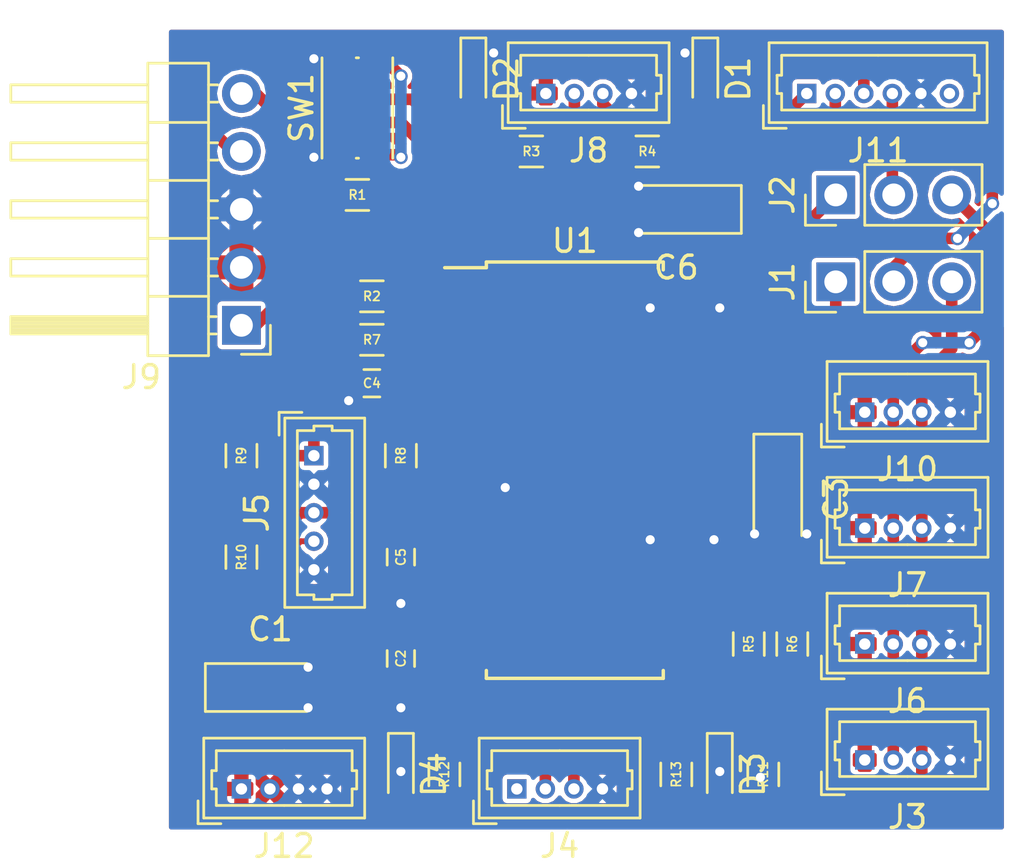
<source format=kicad_pcb>
(kicad_pcb (version 4) (host pcbnew 4.0.7-e2-6376~58~ubuntu16.04.1)
  (layers (0 F.Cu signal) (31 B.Cu signal) (34 B.Paste user) (35 F.Paste user) (36 B.SilkS user) (37 F.SilkS user) (38 B.Mask user) (39 F.Mask user) (44 Edge.Cuts user))
  (net 0 "")
  (net 1 +3V3)
  (net 2 GND)
  (net 3 "Net-(C3-Pad1)")
  (net 4 "Net-(C4-Pad2)")
  (net 5 "Net-(C5-Pad2)")
  (net 6 /LED2)
  (net 7 /LED1)
  (net 8 "Net-(D3-Pad2)")
  (net 9 "Net-(D4-Pad2)")
  (net 10 /SPI_SCK)
  (net 11 /SCK/SCL)
  (net 12 /I2C_SCL)
  (net 13 /SPI_SDO)
  (net 14 /SDI/SDA)
  (net 15 /I2C_SDA)
  (net 16 /SER_TX)
  (net 17 /SER_RX)
  (net 18 /ENC_A)
  (net 19 /ENC_B)
  (net 20 /ENC_Btn)
  (net 21 /RESET)
  (net 22 /PGM_PGED)
  (net 23 /PGM_PGEC)
  (net 24 /SPISS)
  (net 25 /SDO)
  (net 26 "Net-(R3-Pad2)")
  (net 27 "Net-(R4-Pad2)")
  (module Connectors_Molex:Molex_PicoBlade_53047-0510_05x1.25mm_Straight (layer F.Cu) (at 105.41 103.505 270)
    (fp_text reference J5 (at 2.5 2.5 270) (layer F.SilkS))
    (fp_text value ENC)
    (pad 1 thru_hole rect (at 0 0 270) (size 0.85 0.85) (drill 0.5) (layers *.Cu *.Mask) (net 18 /ENC_A))
    (pad 2 thru_hole circle (at 1.25 0 270) (size 0.85 0.85) (drill 0.5) (layers *.Cu *.Mask) (net 2 GND))
    (pad 3 thru_hole circle (at 2.5 0 270) (size 0.85 0.85) (drill 0.5) (layers *.Cu *.Mask) (net 19 /ENC_B))
    (pad 4 thru_hole circle (at 3.75 0 270) (size 0.85 0.85) (drill 0.5) (layers *.Cu *.Mask) (net 20 /ENC_Btn))
    (pad 5 thru_hole circle (at 5 0 270) (size 0.85 0.85) (drill 0.5) (layers *.Cu *.Mask) (net 2 GND))
  )
  (module Capacitors_Tantalum_SMD:CP_Tantalum_Case-A_EIA-3216-18_Wave (layer F.Cu) (at 125.73 105.41 270)
    (fp_text reference C3 (at 0 -2.55 270) (layer F.SilkS))
    (fp_text value 1µ)
    (pad 1 smd rect (at -1.475 0 270) (size 2.15 1.1) (layers F.Cu F.Paste F.Mask) (net 3 "Net-(C3-Pad1)"))
    (pad 2 smd rect (at 1.475 0 270) (size 2.15 1.1) (layers F.Cu F.Paste F.Mask) (net 2 GND))
  )
  (module Capacitors_Tantalum_SMD:CP_Tantalum_Case-A_EIA-3216-18_Wave (layer F.Cu) (at 103.505 113.665)
    (fp_text reference C1 (at 0 -2.55) (layer F.SilkS))
    (fp_text value 1µ)
    (pad 1 smd rect (at -1.475 0) (size 2.15 1.1) (layers F.Cu F.Paste F.Mask) (net 1 +3V3))
    (pad 2 smd rect (at 1.475 0) (size 2.15 1.1) (layers F.Cu F.Paste F.Mask) (net 2 GND))
  )
  (module Capacitors_SMD:C_0603_HandSoldering (layer F.Cu) (at 109.22 112.395 270)
    (fp_text reference C2 (at 0 0 270) (layer F.SilkS) (effects (font (size 0.4 0.4) (thickness 0.075))))
    (fp_text value 10n hide)
    (pad 1 smd rect (at -0.95 0 270) (size 1.2 0.75) (layers F.Cu F.Paste F.Mask) (net 1 +3V3))
    (pad 2 smd rect (at 0.95 0 270) (size 1.2 0.75) (layers F.Cu F.Paste F.Mask) (net 2 GND))
  )
  (module Capacitors_SMD:C_0603_HandSoldering (layer F.Cu) (at 107.95 100.33)
    (fp_text reference C4 (at 0 0) (layer F.SilkS) (effects (font (size 0.4 0.4) (thickness 0.075))))
    (fp_text value 10n hide)
    (pad 1 smd rect (at -0.95 0) (size 1.2 0.75) (layers F.Cu F.Paste F.Mask) (net 2 GND))
    (pad 2 smd rect (at 0.95 0) (size 1.2 0.75) (layers F.Cu F.Paste F.Mask) (net 4 "Net-(C4-Pad2)"))
  )
  (module Capacitors_SMD:C_0603_HandSoldering (layer F.Cu) (at 109.22 107.95 90)
    (fp_text reference C5 (at 0 0 90) (layer F.SilkS) (effects (font (size 0.4 0.4) (thickness 0.075))))
    (fp_text value 10n hide)
    (pad 1 smd rect (at -0.95 0 90) (size 1.2 0.75) (layers F.Cu F.Paste F.Mask) (net 2 GND))
    (pad 2 smd rect (at 0.95 0 90) (size 1.2 0.75) (layers F.Cu F.Paste F.Mask) (net 5 "Net-(C5-Pad2)"))
  )
  (module LEDs:LED_0603_HandSoldering (layer F.Cu) (at 122.555 86.995 270)
    (fp_text reference D1 (at 0 -1.45 270) (layer F.SilkS))
    (fp_text value LED)
    (pad 1 smd rect (at -1.1 0 270) (size 1.2 0.9) (layers F.Cu F.Paste F.Mask) (net 2 GND))
    (pad 2 smd rect (at 1.1 0 270) (size 1.2 0.9) (layers F.Cu F.Paste F.Mask) (net 6 /LED2))
  )
  (module LEDs:LED_0603_HandSoldering (layer F.Cu) (at 112.395 86.995 270)
    (fp_text reference D2 (at 0 -1.45 270) (layer F.SilkS))
    (fp_text value LED)
    (pad 1 smd rect (at -1.1 0 270) (size 1.2 0.9) (layers F.Cu F.Paste F.Mask) (net 2 GND))
    (pad 2 smd rect (at 1.1 0 270) (size 1.2 0.9) (layers F.Cu F.Paste F.Mask) (net 7 /LED1))
  )
  (module LEDs:LED_0603_HandSoldering (layer F.Cu) (at 123.19 117.475 270)
    (fp_text reference D3 (at 0 -1.45 270) (layer F.SilkS))
    (fp_text value LED)
    (pad 1 smd rect (at -1.1 0 270) (size 1.2 0.9) (layers F.Cu F.Paste F.Mask) (net 2 GND))
    (pad 2 smd rect (at 1.1 0 270) (size 1.2 0.9) (layers F.Cu F.Paste F.Mask) (net 8 "Net-(D3-Pad2)"))
  )
  (module LEDs:LED_0603_HandSoldering (layer F.Cu) (at 109.22 117.475 270)
    (fp_text reference D4 (at 0 -1.45 270) (layer F.SilkS))
    (fp_text value LED)
    (pad 1 smd rect (at -1.1 0 270) (size 1.2 0.9) (layers F.Cu F.Paste F.Mask) (net 2 GND))
    (pad 2 smd rect (at 1.1 0 270) (size 1.2 0.9) (layers F.Cu F.Paste F.Mask) (net 9 "Net-(D4-Pad2)"))
  )
  (module Pin_Headers:Pin_Header_Straight_1x03_Pitch2.54mm (layer F.Cu) (at 128.27 95.885 90)
    (fp_text reference J1 (at 0 -2.33 90) (layer F.SilkS))
    (fp_text value Conn_01x03)
    (pad 1 thru_hole rect (at 0 0 90) (size 1.7 1.7) (drill 1) (layers *.Cu *.Mask) (net 10 /SPI_SCK))
    (pad 2 thru_hole oval (at 0 2.54 90) (size 1.7 1.7) (drill 1) (layers *.Cu *.Mask) (net 11 /SCK/SCL))
    (pad 3 thru_hole oval (at 0 5.08 90) (size 1.7 1.7) (drill 1) (layers *.Cu *.Mask) (net 12 /I2C_SCL))
  )
  (module Pin_Headers:Pin_Header_Straight_1x03_Pitch2.54mm (layer F.Cu) (at 128.27 92.075 90)
    (fp_text reference J2 (at 0 -2.33 90) (layer F.SilkS))
    (fp_text value Conn_01x03)
    (pad 1 thru_hole rect (at 0 0 90) (size 1.7 1.7) (drill 1) (layers *.Cu *.Mask) (net 13 /SPI_SDO))
    (pad 2 thru_hole oval (at 0 2.54 90) (size 1.7 1.7) (drill 1) (layers *.Cu *.Mask) (net 14 /SDI/SDA))
    (pad 3 thru_hole oval (at 0 5.08 90) (size 1.7 1.7) (drill 1) (layers *.Cu *.Mask) (net 15 /I2C_SDA))
  )
  (module Connectors_Molex:Molex_PicoBlade_53047-0410_04x1.25mm_Straight (layer F.Cu) (at 129.54 116.84)
    (fp_text reference J3 (at 1.875 2.5) (layer F.SilkS))
    (fp_text value I2C1)
    (pad 1 thru_hole rect (at 0 0) (size 0.85 0.85) (drill 0.5) (layers *.Cu *.Mask) (net 1 +3V3))
    (pad 2 thru_hole circle (at 1.25 0) (size 0.85 0.85) (drill 0.5) (layers *.Cu *.Mask) (net 15 /I2C_SDA))
    (pad 3 thru_hole circle (at 2.5 0) (size 0.85 0.85) (drill 0.5) (layers *.Cu *.Mask) (net 12 /I2C_SCL))
    (pad 4 thru_hole circle (at 3.75 0) (size 0.85 0.85) (drill 0.5) (layers *.Cu *.Mask) (net 2 GND))
  )
  (module Connectors_Molex:Molex_PicoBlade_53047-0410_04x1.25mm_Straight (layer F.Cu) (at 114.3 118.11)
    (fp_text reference J4 (at 1.875 2.5) (layer F.SilkS))
    (fp_text value SERIAL)
    (pad 1 thru_hole rect (at 0 0) (size 0.85 0.85) (drill 0.5) (layers *.Cu *.Mask))
    (pad 2 thru_hole circle (at 1.25 0) (size 0.85 0.85) (drill 0.5) (layers *.Cu *.Mask) (net 16 /SER_TX))
    (pad 3 thru_hole circle (at 2.5 0) (size 0.85 0.85) (drill 0.5) (layers *.Cu *.Mask) (net 17 /SER_RX))
    (pad 4 thru_hole circle (at 3.75 0) (size 0.85 0.85) (drill 0.5) (layers *.Cu *.Mask) (net 2 GND))
  )
  (module Connectors_Molex:Molex_PicoBlade_53047-0410_04x1.25mm_Straight (layer F.Cu) (at 129.54 111.76)
    (fp_text reference J6 (at 1.875 2.5) (layer F.SilkS))
    (fp_text value I2C2)
    (pad 1 thru_hole rect (at 0 0) (size 0.85 0.85) (drill 0.5) (layers *.Cu *.Mask) (net 1 +3V3))
    (pad 2 thru_hole circle (at 1.25 0) (size 0.85 0.85) (drill 0.5) (layers *.Cu *.Mask) (net 15 /I2C_SDA))
    (pad 3 thru_hole circle (at 2.5 0) (size 0.85 0.85) (drill 0.5) (layers *.Cu *.Mask) (net 12 /I2C_SCL))
    (pad 4 thru_hole circle (at 3.75 0) (size 0.85 0.85) (drill 0.5) (layers *.Cu *.Mask) (net 2 GND))
  )
  (module Connectors_Molex:Molex_PicoBlade_53047-0410_04x1.25mm_Straight (layer F.Cu) (at 129.54 106.68)
    (fp_text reference J7 (at 1.875 2.5) (layer F.SilkS))
    (fp_text value I2C3)
    (pad 1 thru_hole rect (at 0 0) (size 0.85 0.85) (drill 0.5) (layers *.Cu *.Mask) (net 1 +3V3))
    (pad 2 thru_hole circle (at 1.25 0) (size 0.85 0.85) (drill 0.5) (layers *.Cu *.Mask) (net 15 /I2C_SDA))
    (pad 3 thru_hole circle (at 2.5 0) (size 0.85 0.85) (drill 0.5) (layers *.Cu *.Mask) (net 12 /I2C_SCL))
    (pad 4 thru_hole circle (at 3.75 0) (size 0.85 0.85) (drill 0.5) (layers *.Cu *.Mask) (net 2 GND))
  )
  (module Connectors_Molex:Molex_PicoBlade_53047-0410_04x1.25mm_Straight (layer F.Cu) (at 115.57 87.63)
    (fp_text reference J8 (at 1.875 2.5) (layer F.SilkS))
    (fp_text value LEDs)
    (pad 1 thru_hole rect (at 0 0) (size 0.85 0.85) (drill 0.5) (layers *.Cu *.Mask) (net 1 +3V3))
    (pad 2 thru_hole circle (at 1.25 0) (size 0.85 0.85) (drill 0.5) (layers *.Cu *.Mask) (net 7 /LED1))
    (pad 3 thru_hole circle (at 2.5 0) (size 0.85 0.85) (drill 0.5) (layers *.Cu *.Mask) (net 6 /LED2))
    (pad 4 thru_hole circle (at 3.75 0) (size 0.85 0.85) (drill 0.5) (layers *.Cu *.Mask) (net 2 GND))
  )
  (module Pin_Headers:Pin_Header_Angled_1x05_Pitch2.54mm (layer F.Cu) (at 102.235 97.79 180)
    (fp_text reference J9 (at 4.385 -2.27 180) (layer F.SilkS))
    (fp_text value PGM)
    (pad 1 thru_hole rect (at 0 0 180) (size 1.7 1.7) (drill 1) (layers *.Cu *.Mask) (net 21 /RESET))
    (pad 2 thru_hole oval (at 0 2.54 180) (size 1.7 1.7) (drill 1) (layers *.Cu *.Mask) (net 1 +3V3))
    (pad 3 thru_hole oval (at 0 5.08 180) (size 1.7 1.7) (drill 1) (layers *.Cu *.Mask) (net 2 GND))
    (pad 4 thru_hole oval (at 0 7.62 180) (size 1.7 1.7) (drill 1) (layers *.Cu *.Mask) (net 22 /PGM_PGED))
    (pad 5 thru_hole oval (at 0 10.16 180) (size 1.7 1.7) (drill 1) (layers *.Cu *.Mask) (net 23 /PGM_PGEC))
  )
  (module Connectors_Molex:Molex_PicoBlade_53047-0410_04x1.25mm_Straight (layer F.Cu) (at 129.54 101.6)
    (fp_text reference J10 (at 1.875 2.5) (layer F.SilkS))
    (fp_text value I2C3)
    (pad 1 thru_hole rect (at 0 0) (size 0.85 0.85) (drill 0.5) (layers *.Cu *.Mask) (net 1 +3V3))
    (pad 2 thru_hole circle (at 1.25 0) (size 0.85 0.85) (drill 0.5) (layers *.Cu *.Mask) (net 15 /I2C_SDA))
    (pad 3 thru_hole circle (at 2.5 0) (size 0.85 0.85) (drill 0.5) (layers *.Cu *.Mask) (net 12 /I2C_SCL))
    (pad 4 thru_hole circle (at 3.75 0) (size 0.85 0.85) (drill 0.5) (layers *.Cu *.Mask) (net 2 GND))
  )
  (module Connectors_Molex:Molex_PicoBlade_53047-0610_06x1.25mm_Straight (layer F.Cu) (at 127 87.63)
    (fp_text reference J11 (at 3.125 2.5) (layer F.SilkS))
    (fp_text value LCD)
    (pad 1 thru_hole rect (at 0 0) (size 0.85 0.85) (drill 0.5) (layers *.Cu *.Mask) (net 24 /SPISS))
    (pad 2 thru_hole circle (at 1.25 0) (size 0.85 0.85) (drill 0.5) (layers *.Cu *.Mask) (net 25 /SDO))
    (pad 3 thru_hole circle (at 2.5 0) (size 0.85 0.85) (drill 0.5) (layers *.Cu *.Mask) (net 11 /SCK/SCL))
    (pad 4 thru_hole circle (at 3.75 0) (size 0.85 0.85) (drill 0.5) (layers *.Cu *.Mask) (net 14 /SDI/SDA))
    (pad 5 thru_hole circle (at 5 0) (size 0.85 0.85) (drill 0.5) (layers *.Cu *.Mask) (net 2 GND))
    (pad 6 thru_hole circle (at 6.25 0) (size 0.85 0.85) (drill 0.5) (layers *.Cu *.Mask))
  )
  (module Resistors_SMD:R_0603_HandSoldering (layer F.Cu) (at 107.315 92.075 180)
    (fp_text reference R1 (at 0 0 180) (layer F.SilkS) (effects (font (size 0.4 0.4) (thickness 0.075))))
    (fp_text value 10k hide)
    (pad 1 smd rect (at -1.1 0 180) (size 1.2 0.9) (layers F.Cu F.Paste F.Mask) (net 21 /RESET))
    (pad 2 smd rect (at 1.1 0 180) (size 1.2 0.9) (layers F.Cu F.Paste F.Mask) (net 1 +3V3))
  )
  (module Resistors_SMD:R_0603_HandSoldering (layer F.Cu) (at 107.95 96.52 180)
    (fp_text reference R2 (at 0 0 180) (layer F.SilkS) (effects (font (size 0.4 0.4) (thickness 0.075))))
    (fp_text value 10k hide)
    (pad 1 smd rect (at -1.1 0 180) (size 1.2 0.9) (layers F.Cu F.Paste F.Mask) (net 20 /ENC_Btn))
    (pad 2 smd rect (at 1.1 0 180) (size 1.2 0.9) (layers F.Cu F.Paste F.Mask) (net 1 +3V3))
  )
  (module Resistors_SMD:R_0603_HandSoldering (layer F.Cu) (at 114.935 90.17)
    (fp_text reference R3 (at 0 0) (layer F.SilkS) (effects (font (size 0.4 0.4) (thickness 0.075))))
    (fp_text value 196 hide)
    (pad 1 smd rect (at -1.1 0) (size 1.2 0.9) (layers F.Cu F.Paste F.Mask) (net 7 /LED1))
    (pad 2 smd rect (at 1.1 0) (size 1.2 0.9) (layers F.Cu F.Paste F.Mask) (net 26 "Net-(R3-Pad2)"))
  )
  (module Resistors_SMD:R_0603_HandSoldering (layer F.Cu) (at 120.015 90.17 180)
    (fp_text reference R4 (at 0 0 180) (layer F.SilkS) (effects (font (size 0.4 0.4) (thickness 0.075))))
    (fp_text value 196 hide)
    (pad 1 smd rect (at -1.1 0 180) (size 1.2 0.9) (layers F.Cu F.Paste F.Mask) (net 6 /LED2))
    (pad 2 smd rect (at 1.1 0 180) (size 1.2 0.9) (layers F.Cu F.Paste F.Mask) (net 27 "Net-(R4-Pad2)"))
  )
  (module Resistors_SMD:R_0603_HandSoldering (layer F.Cu) (at 124.46 111.76 90)
    (fp_text reference R5 (at 0 0 90) (layer F.SilkS) (effects (font (size 0.4 0.4) (thickness 0.075))))
    (fp_text value 2.2k hide)
    (pad 1 smd rect (at -1.1 0 90) (size 1.2 0.9) (layers F.Cu F.Paste F.Mask) (net 1 +3V3))
    (pad 2 smd rect (at 1.1 0 90) (size 1.2 0.9) (layers F.Cu F.Paste F.Mask) (net 12 /I2C_SCL))
  )
  (module Resistors_SMD:R_0603_HandSoldering (layer F.Cu) (at 126.365 111.76 90)
    (fp_text reference R6 (at 0 0 90) (layer F.SilkS) (effects (font (size 0.4 0.4) (thickness 0.075))))
    (fp_text value 2.2k hide)
    (pad 1 smd rect (at -1.1 0 90) (size 1.2 0.9) (layers F.Cu F.Paste F.Mask) (net 1 +3V3))
    (pad 2 smd rect (at 1.1 0 90) (size 1.2 0.9) (layers F.Cu F.Paste F.Mask) (net 15 /I2C_SDA))
  )
  (module Resistors_SMD:R_0603_HandSoldering (layer F.Cu) (at 107.95 98.425)
    (fp_text reference R7 (at 0 0) (layer F.SilkS) (effects (font (size 0.4 0.4) (thickness 0.075))))
    (fp_text value 1k hide)
    (pad 1 smd rect (at -1.1 0) (size 1.2 0.9) (layers F.Cu F.Paste F.Mask) (net 18 /ENC_A))
    (pad 2 smd rect (at 1.1 0) (size 1.2 0.9) (layers F.Cu F.Paste F.Mask) (net 4 "Net-(C4-Pad2)"))
  )
  (module Resistors_SMD:R_0603_HandSoldering (layer F.Cu) (at 109.22 103.505 90)
    (fp_text reference R8 (at 0 0 90) (layer F.SilkS) (effects (font (size 0.4 0.4) (thickness 0.075))))
    (fp_text value 1k hide)
    (pad 1 smd rect (at -1.1 0 90) (size 1.2 0.9) (layers F.Cu F.Paste F.Mask) (net 19 /ENC_B))
    (pad 2 smd rect (at 1.1 0 90) (size 1.2 0.9) (layers F.Cu F.Paste F.Mask) (net 5 "Net-(C5-Pad2)"))
  )
  (module Resistors_SMD:R_0603_HandSoldering (layer F.Cu) (at 102.235 103.505 270)
    (fp_text reference R9 (at 0 0 270) (layer F.SilkS) (effects (font (size 0.4 0.4) (thickness 0.075))))
    (fp_text value 10k hide)
    (pad 1 smd rect (at -1.1 0 270) (size 1.2 0.9) (layers F.Cu F.Paste F.Mask) (net 1 +3V3))
    (pad 2 smd rect (at 1.1 0 270) (size 1.2 0.9) (layers F.Cu F.Paste F.Mask) (net 18 /ENC_A))
  )
  (module Resistors_SMD:R_0603_HandSoldering (layer F.Cu) (at 102.235 107.95 90)
    (fp_text reference R10 (at 0 0 90) (layer F.SilkS) (effects (font (size 0.4 0.4) (thickness 0.075))))
    (fp_text value 10k hide)
    (pad 1 smd rect (at -1.1 0 90) (size 1.2 0.9) (layers F.Cu F.Paste F.Mask) (net 1 +3V3))
    (pad 2 smd rect (at 1.1 0 90) (size 1.2 0.9) (layers F.Cu F.Paste F.Mask) (net 19 /ENC_B))
  )
  (module Resistors_SMD:R_0603_HandSoldering (layer F.Cu) (at 125.095 117.475 90)
    (fp_text reference R11 (at 0 0 90) (layer F.SilkS) (effects (font (size 0.4 0.4) (thickness 0.075))))
    (fp_text value 10k hide)
    (pad 1 smd rect (at -1.1 0 90) (size 1.2 0.9) (layers F.Cu F.Paste F.Mask) (net 2 GND))
    (pad 2 smd rect (at 1.1 0 90) (size 1.2 0.9) (layers F.Cu F.Paste F.Mask) (net 17 /SER_RX))
  )
  (module Resistors_SMD:R_0603_HandSoldering (layer F.Cu) (at 111.125 117.475 90)
    (fp_text reference R12 (at 0 0 90) (layer F.SilkS) (effects (font (size 0.4 0.4) (thickness 0.075))))
    (fp_text value 196 hide)
    (pad 1 smd rect (at -1.1 0 90) (size 1.2 0.9) (layers F.Cu F.Paste F.Mask) (net 9 "Net-(D4-Pad2)"))
    (pad 2 smd rect (at 1.1 0 90) (size 1.2 0.9) (layers F.Cu F.Paste F.Mask) (net 16 /SER_TX))
  )
  (module Resistors_SMD:R_0603_HandSoldering (layer F.Cu) (at 121.285 117.475 90)
    (fp_text reference R13 (at 0 0 90) (layer F.SilkS) (effects (font (size 0.4 0.4) (thickness 0.075))))
    (fp_text value 196 hide)
    (pad 1 smd rect (at -1.1 0 90) (size 1.2 0.9) (layers F.Cu F.Paste F.Mask) (net 8 "Net-(D3-Pad2)"))
    (pad 2 smd rect (at 1.1 0 90) (size 1.2 0.9) (layers F.Cu F.Paste F.Mask) (net 17 /SER_RX))
  )
  (module Buttons_Switches_SMD:SW_SPST_KMR2 (layer F.Cu) (at 107.315 88.265 90)
    (fp_text reference SW1 (at 0 -2.45 90) (layer F.SilkS))
    (fp_text value SW_Push)
    (pad 1 smd rect (at -2.05 -0.8 90) (size 0.9 1) (layers F.Cu F.Paste F.Mask) (net 2 GND))
    (pad 2 smd rect (at -2.05 0.8 90) (size 0.9 1) (layers F.Cu F.Paste F.Mask) (net 21 /RESET))
    (pad 1 smd rect (at 2.05 -0.8 90) (size 0.9 1) (layers F.Cu F.Paste F.Mask) (net 2 GND))
    (pad 2 smd rect (at 2.05 0.8 90) (size 0.9 1) (layers F.Cu F.Paste F.Mask) (net 21 /RESET))
  )
  (module Housings_SOIC:SOIC-28W_7.5x17.9mm_Pitch1.27mm (layer F.Cu) (at 116.84 104.14)
    (fp_text reference U1 (at 0 -10.05) (layer F.SilkS))
    (fp_text value dsPIC33EPXXXGP502)
    (pad 1 smd rect (at -4.7 -8.255) (size 2 0.6) (layers F.Cu F.Paste F.Mask) (net 21 /RESET))
    (pad 2 smd rect (at -4.7 -6.985) (size 2 0.6) (layers F.Cu F.Paste F.Mask) (net 20 /ENC_Btn))
    (pad 3 smd rect (at -4.7 -5.715) (size 2 0.6) (layers F.Cu F.Paste F.Mask))
    (pad 4 smd rect (at -4.7 -4.445) (size 2 0.6) (layers F.Cu F.Paste F.Mask) (net 4 "Net-(C4-Pad2)"))
    (pad 5 smd rect (at -4.7 -3.175) (size 2 0.6) (layers F.Cu F.Paste F.Mask) (net 5 "Net-(C5-Pad2)"))
    (pad 6 smd rect (at -4.7 -1.905) (size 2 0.6) (layers F.Cu F.Paste F.Mask) (net 23 /PGM_PGEC))
    (pad 7 smd rect (at -4.7 -0.635) (size 2 0.6) (layers F.Cu F.Paste F.Mask) (net 22 /PGM_PGED))
    (pad 8 smd rect (at -4.7 0.635) (size 2 0.6) (layers F.Cu F.Paste F.Mask) (net 2 GND))
    (pad 9 smd rect (at -4.7 1.905) (size 2 0.6) (layers F.Cu F.Paste F.Mask))
    (pad 10 smd rect (at -4.7 3.175) (size 2 0.6) (layers F.Cu F.Paste F.Mask))
    (pad 11 smd rect (at -4.7 4.445) (size 2 0.6) (layers F.Cu F.Paste F.Mask))
    (pad 12 smd rect (at -4.7 5.715) (size 2 0.6) (layers F.Cu F.Paste F.Mask))
    (pad 13 smd rect (at -4.7 6.985) (size 2 0.6) (layers F.Cu F.Paste F.Mask) (net 1 +3V3))
    (pad 14 smd rect (at -4.7 8.255) (size 2 0.6) (layers F.Cu F.Paste F.Mask) (net 16 /SER_TX))
    (pad 15 smd rect (at 4.7 8.255) (size 2 0.6) (layers F.Cu F.Paste F.Mask) (net 17 /SER_RX))
    (pad 16 smd rect (at 4.7 6.985) (size 2 0.6) (layers F.Cu F.Paste F.Mask))
    (pad 17 smd rect (at 4.7 5.715) (size 2 0.6) (layers F.Cu F.Paste F.Mask) (net 12 /I2C_SCL))
    (pad 18 smd rect (at 4.7 4.445) (size 2 0.6) (layers F.Cu F.Paste F.Mask) (net 15 /I2C_SDA))
    (pad 19 smd rect (at 4.7 3.175) (size 2 0.6) (layers F.Cu F.Paste F.Mask) (net 2 GND))
    (pad 20 smd rect (at 4.7 1.905) (size 2 0.6) (layers F.Cu F.Paste F.Mask) (net 3 "Net-(C3-Pad1)"))
    (pad 21 smd rect (at 4.7 0.635) (size 2 0.6) (layers F.Cu F.Paste F.Mask) (net 10 /SPI_SCK))
    (pad 22 smd rect (at 4.7 -0.635) (size 2 0.6) (layers F.Cu F.Paste F.Mask) (net 13 /SPI_SDO))
    (pad 23 smd rect (at 4.7 -1.905) (size 2 0.6) (layers F.Cu F.Paste F.Mask) (net 25 /SDO))
    (pad 24 smd rect (at 4.7 -3.175) (size 2 0.6) (layers F.Cu F.Paste F.Mask) (net 24 /SPISS))
    (pad 25 smd rect (at 4.7 -4.445) (size 2 0.6) (layers F.Cu F.Paste F.Mask) (net 26 "Net-(R3-Pad2)"))
    (pad 26 smd rect (at 4.7 -5.715) (size 2 0.6) (layers F.Cu F.Paste F.Mask) (net 27 "Net-(R4-Pad2)"))
    (pad 27 smd rect (at 4.7 -6.985) (size 2 0.6) (layers F.Cu F.Paste F.Mask) (net 2 GND))
    (pad 28 smd rect (at 4.7 -8.255) (size 2 0.6) (layers F.Cu F.Paste F.Mask) (net 1 +3V3))
  )
  (module Capacitors_Tantalum_SMD:CP_Tantalum_Case-A_EIA-3216-18_Wave (layer F.Cu) (at 121.285 92.71 180)
    (fp_text reference C6 (at 0 -2.55 180) (layer F.SilkS))
    (fp_text value 1µ)
    (pad 1 smd rect (at -1.475 0 180) (size 2.15 1.1) (layers F.Cu F.Paste F.Mask) (net 1 +3V3))
    (pad 2 smd rect (at 1.475 0 180) (size 2.15 1.1) (layers F.Cu F.Paste F.Mask) (net 2 GND))
  )
  (module Connectors_Molex:Molex_PicoBlade_53047-0410_04x1.25mm_Straight (layer F.Cu) (at 102.235 118.11)
    (fp_text reference J12 (at 1.875 2.5) (layer F.SilkS))
    (fp_text value Pwr)
    (pad 1 thru_hole rect (at 0 0) (size 0.85 0.85) (drill 0.5) (layers *.Cu *.Mask) (net 1 +3V3))
    (pad 2 thru_hole circle (at 1.25 0) (size 0.85 0.85) (drill 0.5) (layers *.Cu *.Mask) (net 1 +3V3))
    (pad 3 thru_hole circle (at 2.5 0) (size 0.85 0.85) (drill 0.5) (layers *.Cu *.Mask) (net 2 GND))
    (pad 4 thru_hole circle (at 3.75 0) (size 0.85 0.85) (drill 0.5) (layers *.Cu *.Mask) (net 2 GND))
  )
  (segment (start 107 100.33) (end 107 101.026) (width 0.508) (layer F.Cu) (net 2))
  (via (at 106.934 101.092) (size 0.6) (drill 0.4) (layers F.Cu B.Cu) (net 2))
  (segment (start 107 101.026) (end 106.934 101.092) (width 0.508) (layer F.Cu) (net 2))
  (segment (start 112.14 104.775) (end 113.665 104.775) (width 0.508) (layer F.Cu) (net 2))
  (via (at 113.792 104.902) (size 0.6) (drill 0.4) (layers F.Cu B.Cu) (net 2))
  (segment (start 113.665 104.775) (end 113.792 104.902) (width 0.508) (layer F.Cu) (net 2))
  (segment (start 109.22 108.9) (end 109.22 109.982) (width 0.508) (layer F.Cu) (net 2))
  (via (at 109.22 109.982) (size 0.6) (drill 0.4) (layers F.Cu B.Cu) (net 2))
  (segment (start 109.22 113.345) (end 109.22 114.554) (width 0.508) (layer F.Cu) (net 2))
  (via (at 109.22 114.554) (size 0.6) (drill 0.4) (layers F.Cu B.Cu) (net 2))
  (segment (start 104.98 113.665) (end 104.98 114.378) (width 0.508) (layer F.Cu) (net 2))
  (via (at 105.156 114.554) (size 0.6) (drill 0.4) (layers F.Cu B.Cu) (net 2))
  (segment (start 104.98 114.378) (end 105.156 114.554) (width 0.508) (layer F.Cu) (net 2))
  (segment (start 104.98 113.665) (end 104.98 112.952) (width 0.508) (layer F.Cu) (net 2))
  (via (at 105.156 112.776) (size 0.6) (drill 0.4) (layers F.Cu B.Cu) (net 2))
  (segment (start 104.98 112.952) (end 105.156 112.776) (width 0.508) (layer F.Cu) (net 2))
  (segment (start 109.22 116.375) (end 109.22 117.348) (width 0.508) (layer F.Cu) (net 2))
  (via (at 109.22 117.348) (size 0.6) (drill 0.4) (layers F.Cu B.Cu) (net 2))
  (segment (start 125.095 118.575) (end 125.095 117.729) (width 0.508) (layer F.Cu) (net 2))
  (via (at 124.968 117.602) (size 0.6) (drill 0.4) (layers F.Cu B.Cu) (net 2))
  (segment (start 125.095 117.729) (end 124.968 117.602) (width 0.508) (layer F.Cu) (net 2))
  (segment (start 123.19 116.375) (end 123.19 117.348) (width 0.508) (layer F.Cu) (net 2))
  (via (at 123.19 117.348) (size 0.6) (drill 0.4) (layers F.Cu B.Cu) (net 2))
  (segment (start 125.73 106.885) (end 126.951 106.885) (width 0.508) (layer F.Cu) (net 2))
  (via (at 127 106.934) (size 0.6) (drill 0.4) (layers F.Cu B.Cu) (net 2))
  (segment (start 126.951 106.885) (end 127 106.934) (width 0.508) (layer F.Cu) (net 2))
  (segment (start 125.73 106.885) (end 124.763 106.885) (width 0.508) (layer F.Cu) (net 2))
  (via (at 124.714 106.934) (size 0.6) (drill 0.4) (layers F.Cu B.Cu) (net 2))
  (segment (start 124.763 106.885) (end 124.714 106.934) (width 0.508) (layer F.Cu) (net 2))
  (segment (start 121.54 107.315) (end 122.809 107.315) (width 0.508) (layer F.Cu) (net 2))
  (via (at 122.936 107.188) (size 0.6) (drill 0.4) (layers F.Cu B.Cu) (net 2))
  (segment (start 122.809 107.315) (end 122.936 107.188) (width 0.508) (layer F.Cu) (net 2))
  (segment (start 121.54 107.315) (end 120.269 107.315) (width 0.508) (layer F.Cu) (net 2))
  (via (at 120.142 107.188) (size 0.6) (drill 0.4) (layers F.Cu B.Cu) (net 2))
  (segment (start 120.269 107.315) (end 120.142 107.188) (width 0.508) (layer F.Cu) (net 2))
  (segment (start 121.54 97.155) (end 123.063 97.155) (width 0.508) (layer F.Cu) (net 2))
  (via (at 123.19 97.028) (size 0.6) (drill 0.4) (layers F.Cu B.Cu) (net 2))
  (segment (start 123.063 97.155) (end 123.19 97.028) (width 0.508) (layer F.Cu) (net 2))
  (segment (start 121.54 97.155) (end 120.269 97.155) (width 0.508) (layer F.Cu) (net 2))
  (via (at 120.142 97.028) (size 0.6) (drill 0.4) (layers F.Cu B.Cu) (net 2))
  (segment (start 120.269 97.155) (end 120.142 97.028) (width 0.508) (layer F.Cu) (net 2))
  (segment (start 119.81 92.71) (end 119.81 93.55) (width 0.508) (layer F.Cu) (net 2))
  (via (at 119.634 93.726) (size 0.6) (drill 0.4) (layers F.Cu B.Cu) (net 2))
  (segment (start 119.81 93.55) (end 119.634 93.726) (width 0.508) (layer F.Cu) (net 2))
  (segment (start 119.81 92.71) (end 119.81 91.87) (width 0.508) (layer F.Cu) (net 2))
  (via (at 119.634 91.694) (size 0.6) (drill 0.4) (layers F.Cu B.Cu) (net 2))
  (segment (start 119.81 91.87) (end 119.634 91.694) (width 0.508) (layer F.Cu) (net 2))
  (segment (start 122.555 85.895) (end 121.709 85.895) (width 0.508) (layer F.Cu) (net 2))
  (via (at 121.666 85.852) (size 0.6) (drill 0.4) (layers F.Cu B.Cu) (net 2))
  (segment (start 121.709 85.895) (end 121.666 85.852) (width 0.508) (layer F.Cu) (net 2))
  (segment (start 112.395 85.895) (end 113.241 85.895) (width 0.508) (layer F.Cu) (net 2))
  (via (at 113.284 85.852) (size 0.6) (drill 0.4) (layers F.Cu B.Cu) (net 2))
  (segment (start 113.241 85.895) (end 113.284 85.852) (width 0.508) (layer F.Cu) (net 2))
  (segment (start 106.515 90.315) (end 105.519 90.315) (width 0.508) (layer F.Cu) (net 2))
  (via (at 105.41 90.424) (size 0.6) (drill 0.4) (layers F.Cu B.Cu) (net 2))
  (segment (start 105.519 90.315) (end 105.41 90.424) (width 0.508) (layer F.Cu) (net 2))
  (segment (start 106.515 86.215) (end 105.519 86.215) (width 0.508) (layer F.Cu) (net 2))
  (via (at 105.41 86.106) (size 0.6) (drill 0.4) (layers F.Cu B.Cu) (net 2))
  (segment (start 105.519 86.215) (end 105.41 86.106) (width 0.508) (layer F.Cu) (net 2))
  (segment (start 121.54 106.045) (end 123.62 106.045) (width 0.508) (layer F.Cu) (net 3))
  (segment (start 123.62 106.045) (end 125.73 103.935) (width 0.508) (layer F.Cu) (net 3))
  (segment (start 125.73 103.505) (end 125.73 103.3) (width 0.508) (layer F.Cu) (net 3))
  (segment (start 112.14 99.695) (end 109.05 99.695) (width 0.508) (layer F.Cu) (net 4))
  (segment (start 109.05 99.695) (end 109.22 99.695) (width 0.508) (layer F.Cu) (net 4))
  (segment (start 109.22 99.695) (end 109.05 99.695) (width 0.508) (layer F.Cu) (net 4))
  (segment (start 109.05 98.425) (end 109.05 99.695) (width 0.508) (layer F.Cu) (net 4))
  (segment (start 109.05 99.695) (end 109.05 100.18) (width 0.508) (layer F.Cu) (net 4))
  (segment (start 109.05 100.18) (end 108.9 100.33) (width 0.508) (layer F.Cu) (net 4))
  (segment (start 109.22 107) (end 109.22 106.68) (width 0.508) (layer F.Cu) (net 5))
  (segment (start 109.22 106.68) (end 110.49 105.41) (width 0.508) (layer F.Cu) (net 5))
  (segment (start 110.49 105.41) (end 110.49 100.965) (width 0.508) (layer F.Cu) (net 5))
  (segment (start 109.22 102.405) (end 109.22 102.235) (width 0.508) (layer F.Cu) (net 5))
  (segment (start 109.22 102.235) (end 110.49 100.965) (width 0.508) (layer F.Cu) (net 5))
  (segment (start 110.49 100.965) (end 112.14 100.965) (width 0.508) (layer F.Cu) (net 5))
  (segment (start 118.07 87.63) (end 118.07 88.098) (width 0.508) (layer F.Cu) (net 6))
  (segment (start 119.845 88.9) (end 121.115 90.17) (width 0.508) (layer F.Cu) (net 6))
  (segment (start 118.872 88.9) (end 119.845 88.9) (width 0.508) (layer F.Cu) (net 6))
  (segment (start 118.07 88.098) (end 118.872 88.9) (width 0.508) (layer F.Cu) (net 6))
  (segment (start 122.555 88.095) (end 122.555 88.73) (width 0.508) (layer F.Cu) (net 6))
  (segment (start 122.555 88.73) (end 121.115 90.17) (width 0.508) (layer F.Cu) (net 6))
  (segment (start 116.82 87.63) (end 116.82 88.412) (width 0.508) (layer F.Cu) (net 7))
  (segment (start 115.105 88.9) (end 113.835 90.17) (width 0.508) (layer F.Cu) (net 7))
  (segment (start 116.332 88.9) (end 115.105 88.9) (width 0.508) (layer F.Cu) (net 7))
  (segment (start 116.82 88.412) (end 116.332 88.9) (width 0.508) (layer F.Cu) (net 7))
  (segment (start 112.395 88.095) (end 112.395 88.73) (width 0.508) (layer F.Cu) (net 7))
  (segment (start 112.395 88.73) (end 113.835 90.17) (width 0.508) (layer F.Cu) (net 7))
  (segment (start 121.285 118.575) (end 123.19 118.575) (width 0.508) (layer F.Cu) (net 8))
  (segment (start 109.22 118.575) (end 111.125 118.575) (width 0.508) (layer F.Cu) (net 9))
  (segment (start 121.54 104.775) (end 123.825 104.775) (width 0.508) (layer F.Cu) (net 10))
  (segment (start 128.27 98.806) (end 128.27 95.885) (width 0.508) (layer F.Cu) (net 10))
  (segment (start 124.46 102.616) (end 128.27 98.806) (width 0.508) (layer F.Cu) (net 10))
  (segment (start 124.46 104.14) (end 124.46 102.616) (width 0.508) (layer F.Cu) (net 10))
  (segment (start 123.825 104.775) (end 124.46 104.14) (width 0.508) (layer F.Cu) (net 10))
  (segment (start 130.81 95.885) (end 130.81 95.25) (width 0.508) (layer F.Cu) (net 11))
  (segment (start 130.81 95.25) (end 132.08 93.98) (width 0.508) (layer F.Cu) (net 11))
  (segment (start 132.08 93.98) (end 133.604 93.98) (width 0.508) (layer F.Cu) (net 11))
  (via (at 133.604 93.98) (size 0.6) (drill 0.4) (layers F.Cu B.Cu) (net 11))
  (segment (start 133.604 93.98) (end 135.128 92.456) (width 0.508) (layer B.Cu) (net 11))
  (via (at 135.128 92.456) (size 0.6) (drill 0.4) (layers F.Cu B.Cu) (net 11))
  (segment (start 135.128 92.456) (end 135.128 87.376) (width 0.508) (layer F.Cu) (net 11))
  (segment (start 135.128 87.376) (end 134.112 86.36) (width 0.508) (layer F.Cu) (net 11))
  (segment (start 134.112 86.36) (end 130.048 86.36) (width 0.508) (layer F.Cu) (net 11))
  (segment (start 130.048 86.36) (end 129.5 86.908) (width 0.508) (layer F.Cu) (net 11))
  (segment (start 129.5 86.908) (end 129.5 87.63) (width 0.508) (layer F.Cu) (net 11))
  (segment (start 132.04 101.6) (end 132.04 100.116) (width 0.508) (layer F.Cu) (net 12))
  (segment (start 133.35 98.806) (end 133.35 95.885) (width 0.508) (layer F.Cu) (net 12))
  (segment (start 132.04 100.116) (end 133.35 98.806) (width 0.508) (layer F.Cu) (net 12))
  (segment (start 132.04 111.76) (end 132.04 116.84) (width 0.508) (layer F.Cu) (net 12))
  (segment (start 132.04 106.68) (end 132.04 111.76) (width 0.508) (layer F.Cu) (net 12))
  (segment (start 132.04 101.6) (end 132.04 106.68) (width 0.508) (layer F.Cu) (net 12))
  (segment (start 123.19 109.855) (end 123.19 113.03) (width 0.508) (layer F.Cu) (net 12))
  (segment (start 123.19 113.03) (end 123.19 113.665) (width 0.508) (layer F.Cu) (net 12))
  (segment (start 123.19 113.665) (end 123.825 114.3) (width 0.508) (layer F.Cu) (net 12))
  (segment (start 123.825 114.3) (end 126.365 114.3) (width 0.508) (layer F.Cu) (net 12))
  (segment (start 126.365 114.3) (end 127 114.935) (width 0.508) (layer F.Cu) (net 12))
  (segment (start 127 114.935) (end 128.27 116.205) (width 0.508) (layer F.Cu) (net 12))
  (segment (start 128.27 116.205) (end 128.27 117.475) (width 0.508) (layer F.Cu) (net 12))
  (segment (start 128.27 117.475) (end 128.905 118.11) (width 0.508) (layer F.Cu) (net 12))
  (segment (start 128.905 118.11) (end 130.81 118.11) (width 0.508) (layer F.Cu) (net 12))
  (segment (start 130.81 118.11) (end 131.445 118.11) (width 0.508) (layer F.Cu) (net 12))
  (segment (start 131.445 118.11) (end 132.04 117.515) (width 0.508) (layer F.Cu) (net 12))
  (segment (start 132.04 117.515) (end 132.04 116.84) (width 0.508) (layer F.Cu) (net 12))
  (segment (start 121.54 109.855) (end 123.19 109.855) (width 0.508) (layer F.Cu) (net 12))
  (segment (start 123.19 109.855) (end 123.655 109.855) (width 0.508) (layer F.Cu) (net 12))
  (segment (start 123.655 109.855) (end 124.46 110.66) (width 0.508) (layer F.Cu) (net 12))
  (segment (start 121.54 103.505) (end 122.555 103.505) (width 0.508) (layer F.Cu) (net 13))
  (segment (start 126.692002 93.652998) (end 128.27 92.075) (width 0.508) (layer F.Cu) (net 13))
  (segment (start 126.692002 99.367998) (end 126.692002 93.652998) (width 0.508) (layer F.Cu) (net 13))
  (segment (start 122.555 103.505) (end 126.692002 99.367998) (width 0.508) (layer F.Cu) (net 13))
  (segment (start 121.54 103.505) (end 122.481998 103.505) (width 0.508) (layer F.Cu) (net 13))
  (segment (start 130.75 87.63) (end 130.75 92.015) (width 0.508) (layer F.Cu) (net 14))
  (segment (start 130.75 92.015) (end 130.81 92.075) (width 0.508) (layer F.Cu) (net 14))
  (segment (start 130.79 101.6) (end 130.79 99.842) (width 0.508) (layer F.Cu) (net 15))
  (segment (start 135.128 93.853) (end 133.35 92.075) (width 0.508) (layer F.Cu) (net 15))
  (segment (start 135.128 97.536) (end 135.128 93.853) (width 0.508) (layer F.Cu) (net 15))
  (segment (start 134.62 98.044) (end 135.128 97.536) (width 0.508) (layer F.Cu) (net 15))
  (segment (start 134.112 98.552) (end 134.62 98.044) (width 0.508) (layer F.Cu) (net 15))
  (via (at 134.112 98.552) (size 0.6) (drill 0.4) (layers F.Cu B.Cu) (net 15))
  (segment (start 132.08 98.552) (end 134.112 98.552) (width 0.508) (layer B.Cu) (net 15))
  (via (at 132.08 98.552) (size 0.6) (drill 0.4) (layers F.Cu B.Cu) (net 15))
  (segment (start 130.79 99.842) (end 132.08 98.552) (width 0.508) (layer F.Cu) (net 15))
  (segment (start 126.365 110.66) (end 130.79 110.66) (width 0.508) (layer F.Cu) (net 15))
  (segment (start 130.81 110.49) (end 130.79 110.49) (width 0.508) (layer F.Cu) (net 15))
  (segment (start 130.81 110.64) (end 130.81 110.49) (width 0.508) (layer F.Cu) (net 15))
  (segment (start 130.79 110.66) (end 130.81 110.64) (width 0.508) (layer F.Cu) (net 15))
  (segment (start 130.79 106.68) (end 130.79 101.6) (width 0.508) (layer F.Cu) (net 15))
  (segment (start 130.79 111.76) (end 130.79 110.49) (width 0.508) (layer F.Cu) (net 15))
  (segment (start 130.79 110.49) (end 130.79 106.68) (width 0.508) (layer F.Cu) (net 15))
  (segment (start 130.79 116.84) (end 130.79 111.76) (width 0.508) (layer F.Cu) (net 15))
  (segment (start 121.54 108.585) (end 125.095 108.585) (width 0.508) (layer F.Cu) (net 15))
  (segment (start 126.365 109.855) (end 126.365 110.66) (width 0.508) (layer F.Cu) (net 15))
  (segment (start 125.095 108.585) (end 126.365 109.855) (width 0.508) (layer F.Cu) (net 15))
  (segment (start 111.125 116.375) (end 111.125 113.41) (width 0.508) (layer F.Cu) (net 16))
  (segment (start 111.125 113.41) (end 112.14 112.395) (width 0.508) (layer F.Cu) (net 16))
  (segment (start 115.55 118.11) (end 115.55 113.772) (width 0.508) (layer F.Cu) (net 16))
  (segment (start 114.173 112.395) (end 112.14 112.395) (width 0.508) (layer F.Cu) (net 16))
  (segment (start 115.55 113.772) (end 114.173 112.395) (width 0.508) (layer F.Cu) (net 16))
  (segment (start 125.095 116.375) (end 125.095 115.897002) (width 0.508) (layer F.Cu) (net 17))
  (segment (start 125.095 115.897002) (end 124.259998 115.062) (width 0.508) (layer F.Cu) (net 17))
  (segment (start 124.259998 115.062) (end 121.285 115.062) (width 0.508) (layer F.Cu) (net 17))
  (segment (start 121.285 116.375) (end 121.285 115.062) (width 0.508) (layer F.Cu) (net 17))
  (segment (start 121.285 115.062) (end 121.285 112.65) (width 0.508) (layer F.Cu) (net 17))
  (segment (start 121.285 112.65) (end 121.54 112.395) (width 0.508) (layer F.Cu) (net 17))
  (segment (start 116.8 118.11) (end 116.8 113.832) (width 0.508) (layer F.Cu) (net 17))
  (segment (start 118.237 112.395) (end 121.54 112.395) (width 0.508) (layer F.Cu) (net 17))
  (segment (start 116.8 113.832) (end 118.237 112.395) (width 0.508) (layer F.Cu) (net 17))
  (segment (start 102.235 104.605) (end 103.04 104.605) (width 0.508) (layer F.Cu) (net 18))
  (segment (start 104.14 103.505) (end 105.41 103.505) (width 0.508) (layer F.Cu) (net 18))
  (segment (start 103.04 104.605) (end 104.14 103.505) (width 0.508) (layer F.Cu) (net 18))
  (segment (start 106.85 98.425) (end 106.045 98.425) (width 0.508) (layer F.Cu) (net 18))
  (segment (start 105.41 99.06) (end 105.41 103.505) (width 0.508) (layer F.Cu) (net 18))
  (segment (start 106.045 98.425) (end 105.41 99.06) (width 0.508) (layer F.Cu) (net 18))
  (segment (start 105.41 106.005) (end 107.82 106.005) (width 0.508) (layer F.Cu) (net 19))
  (segment (start 107.82 106.005) (end 109.22 104.605) (width 0.508) (layer F.Cu) (net 19))
  (segment (start 102.235 106.85) (end 103.97 106.85) (width 0.508) (layer F.Cu) (net 19))
  (segment (start 104.815 106.005) (end 105.41 106.005) (width 0.508) (layer F.Cu) (net 19))
  (segment (start 103.97 106.85) (end 104.815 106.005) (width 0.508) (layer F.Cu) (net 19))
  (segment (start 105.41 107.255) (end 104.835 107.255) (width 0.254) (layer F.Cu) (net 20))
  (segment (start 110.236 97.409) (end 110.49 97.155) (width 0.254) (layer F.Cu) (net 20))
  (segment (start 105.791 97.409) (end 110.236 97.409) (width 0.254) (layer F.Cu) (net 20))
  (segment (start 104.775 98.425) (end 105.791 97.409) (width 0.254) (layer F.Cu) (net 20))
  (segment (start 104.775 101.6) (end 104.775 98.425) (width 0.254) (layer F.Cu) (net 20))
  (segment (start 102.87 103.505) (end 104.775 101.6) (width 0.254) (layer F.Cu) (net 20))
  (segment (start 101.6 103.505) (end 102.87 103.505) (width 0.254) (layer F.Cu) (net 20))
  (segment (start 100.965 104.14) (end 101.6 103.505) (width 0.254) (layer F.Cu) (net 20))
  (segment (start 100.965 107.315) (end 100.965 104.14) (width 0.254) (layer F.Cu) (net 20))
  (segment (start 101.6 107.95) (end 100.965 107.315) (width 0.254) (layer F.Cu) (net 20))
  (segment (start 104.14 107.95) (end 101.6 107.95) (width 0.254) (layer F.Cu) (net 20))
  (segment (start 104.835 107.255) (end 104.14 107.95) (width 0.254) (layer F.Cu) (net 20))
  (segment (start 109.05 96.52) (end 109.855 96.52) (width 0.508) (layer F.Cu) (net 20))
  (segment (start 110.49 97.155) (end 112.14 97.155) (width 0.508) (layer F.Cu) (net 20))
  (segment (start 109.855 96.52) (end 110.49 97.155) (width 0.508) (layer F.Cu) (net 20))
  (segment (start 108.115 90.315) (end 109.111 90.315) (width 0.508) (layer F.Cu) (net 21))
  (segment (start 109.22 86.868) (end 108.567 86.215) (width 0.508) (layer F.Cu) (net 21))
  (via (at 109.22 86.868) (size 0.6) (drill 0.4) (layers F.Cu B.Cu) (net 21))
  (segment (start 109.22 90.424) (end 109.22 86.868) (width 0.508) (layer B.Cu) (net 21))
  (via (at 109.22 90.424) (size 0.6) (drill 0.4) (layers F.Cu B.Cu) (net 21))
  (segment (start 109.111 90.315) (end 109.22 90.424) (width 0.508) (layer F.Cu) (net 21))
  (segment (start 108.567 86.215) (end 108.115 86.215) (width 0.508) (layer F.Cu) (net 21))
  (segment (start 102.235 97.79) (end 102.87 97.79) (width 0.508) (layer F.Cu) (net 21))
  (segment (start 102.87 97.79) (end 106.977 93.683) (width 0.508) (layer F.Cu) (net 21))
  (segment (start 106.977 93.683) (end 108.415 93.683) (width 0.508) (layer F.Cu) (net 21))
  (segment (start 112.14 95.885) (end 110.617 95.885) (width 0.508) (layer F.Cu) (net 21))
  (segment (start 108.415 93.683) (end 108.415 92.075) (width 0.508) (layer F.Cu) (net 21))
  (segment (start 110.617 95.885) (end 108.415 93.683) (width 0.508) (layer F.Cu) (net 21))
  (segment (start 108.115 90.315) (end 108.115 91.775) (width 0.508) (layer F.Cu) (net 21))
  (segment (start 108.115 91.775) (end 108.415 92.075) (width 0.508) (layer F.Cu) (net 21))
  (segment (start 102.235 90.17) (end 101.854 90.17) (width 0.508) (layer F.Cu) (net 22))
  (segment (start 101.854 90.17) (end 100.584 88.9) (width 0.508) (layer F.Cu) (net 22))
  (segment (start 100.584 88.9) (end 100.584 86.868) (width 0.508) (layer F.Cu) (net 22))
  (segment (start 100.584 86.868) (end 101.6 85.852) (width 0.508) (layer F.Cu) (net 22))
  (segment (start 101.6 85.852) (end 103.124 85.852) (width 0.508) (layer F.Cu) (net 22))
  (segment (start 103.124 85.852) (end 105.156 87.884) (width 0.508) (layer F.Cu) (net 22))
  (segment (start 105.156 87.884) (end 109.728 87.884) (width 0.508) (layer F.Cu) (net 22))
  (segment (start 109.728 87.884) (end 111.252 89.408) (width 0.508) (layer F.Cu) (net 22))
  (segment (start 111.252 89.408) (end 111.252 90.424) (width 0.508) (layer F.Cu) (net 22))
  (segment (start 111.252 90.424) (end 115.316 94.488) (width 0.508) (layer F.Cu) (net 22))
  (segment (start 115.316 94.488) (end 115.316 102.108) (width 0.508) (layer F.Cu) (net 22))
  (segment (start 115.316 102.108) (end 113.919 103.505) (width 0.508) (layer F.Cu) (net 22))
  (segment (start 113.919 103.505) (end 112.14 103.505) (width 0.508) (layer F.Cu) (net 22))
  (segment (start 102.235 87.63) (end 102.87 87.63) (width 0.508) (layer F.Cu) (net 23))
  (segment (start 102.87 87.63) (end 104.14 88.9) (width 0.508) (layer F.Cu) (net 23))
  (segment (start 104.14 88.9) (end 109.22 88.9) (width 0.508) (layer F.Cu) (net 23))
  (segment (start 109.22 88.9) (end 110.236 89.916) (width 0.508) (layer F.Cu) (net 23))
  (segment (start 110.236 89.916) (end 110.236 90.932) (width 0.508) (layer F.Cu) (net 23))
  (segment (start 110.236 90.932) (end 113.792 94.488) (width 0.508) (layer F.Cu) (net 23))
  (segment (start 113.792 94.488) (end 114.3 94.996) (width 0.508) (layer F.Cu) (net 23))
  (segment (start 114.3 94.996) (end 114.3 99.06) (width 0.508) (layer F.Cu) (net 23))
  (segment (start 114.3 99.06) (end 114.3 101.6) (width 0.508) (layer F.Cu) (net 23))
  (segment (start 114.3 101.6) (end 113.665 102.235) (width 0.508) (layer F.Cu) (net 23))
  (segment (start 113.665 102.235) (end 112.14 102.235) (width 0.508) (layer F.Cu) (net 23))
  (segment (start 121.54 100.965) (end 122.555 100.965) (width 0.508) (layer F.Cu) (net 24))
  (segment (start 124.968 89.662) (end 127 87.63) (width 0.508) (layer F.Cu) (net 24))
  (segment (start 124.968 98.552) (end 124.968 89.662) (width 0.508) (layer F.Cu) (net 24))
  (segment (start 122.555 100.965) (end 124.968 98.552) (width 0.508) (layer F.Cu) (net 24))
  (segment (start 121.54 102.235) (end 122.301 102.235) (width 0.508) (layer F.Cu) (net 25))
  (segment (start 122.301 102.235) (end 125.984 98.552) (width 0.508) (layer F.Cu) (net 25))
  (segment (start 125.984 98.552) (end 125.984 90.932) (width 0.508) (layer F.Cu) (net 25))
  (segment (start 125.984 90.932) (end 128.25 88.666) (width 0.508) (layer F.Cu) (net 25))
  (segment (start 128.25 88.666) (end 128.25 87.63) (width 0.508) (layer F.Cu) (net 25))
  (segment (start 121.54 99.695) (end 119.38 99.695) (width 0.508) (layer F.Cu) (net 26))
  (segment (start 116.84 90.975) (end 116.035 90.17) (width 0.508) (layer F.Cu) (net 26))
  (segment (start 116.84 97.155) (end 116.84 90.975) (width 0.508) (layer F.Cu) (net 26))
  (segment (start 119.38 99.695) (end 116.84 97.155) (width 0.508) (layer F.Cu) (net 26))
  (segment (start 121.54 98.425) (end 119.761 98.425) (width 0.508) (layer F.Cu) (net 27))
  (segment (start 117.856 91.229) (end 118.915 90.17) (width 0.508) (layer F.Cu) (net 27))
  (segment (start 117.856 96.52) (end 117.856 91.229) (width 0.508) (layer F.Cu) (net 27))
  (segment (start 119.761 98.425) (end 117.856 96.52) (width 0.508) (layer F.Cu) (net 27))
  (zone (net 1) (net_name +3V3) (layer F.Cu) (connect_pads (clearance 0.2)) (min_thickness 0.2) (fill yes (arc_segments 16) (thermal_gap 0.2) (thermal_bridge_width 2))
    (polygon (pts (xy 135.636 119.888) (xy 99.06 119.888) (xy 99.06 84.836) (xy 135.636 84.836)))
  )
  (zone (net 2) (net_name GND) (layer B.Cu) (connect_pads (clearance 0.2)) (min_thickness 0.2) (fill yes (arc_segments 16) (thermal_gap 0.2) (thermal_bridge_width 2))
    (polygon (pts (xy 135.636 119.888) (xy 99.06 119.888) (xy 99.06 84.836) (xy 135.636 84.836)))
  )
)
</source>
